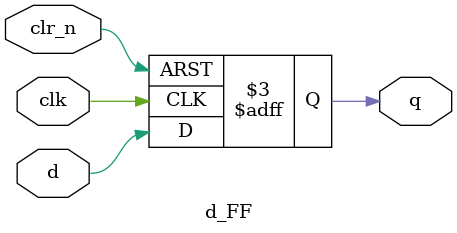
<source format=v>
module asynccounter #(parameter N = 4) (
	input clk,
	input clr,
	output [N-1:0] count
);
	genvar i;
	wire [N-1:0] qbar;
	
	generate 
		for (i = 0; i < N; i = i+1) begin : flipflops
			if (i==0)
				t_FF stage(clk, 1, clr, count[i], qbar[i]);
			else
				t_FF stage(qbar[i-1], 1, clr, count[i], qbar[i]);
		end
	endgenerate
endmodule

module counterTFF #(parameter N = 4) (
	input clk,
	input clr,
	output [N-1:0] count
);
	genvar i;
	
	wire [N-1:0] toggles;
	assign toggles[0] = 1;
	
	generate 
		for (i = 0; i < N; i = i+1) begin : flipflops
			if (i!=0)
				and andstage(toggles[i], count[i-1],toggles[i-1]); 
				
			t_FF stage(clk, toggles[i], clr, count[i], );
		end
	endgenerate
endmodule


module counterBehav  #(parameter N = 4) (
	input clk,
	input clr,
	output reg [N-1:0] count
);
	always @(posedge clk or posedge clr) begin
		if (clr)
			count <= 0;
		else 
			count <= count+1'b1;
	end
endmodule

 
 
module t_FF (
	input clk,
	input T,
	input clr,
	output reg q,
	output q_bar
);
	d_FF myff (T & ~q | ~T & q, clk, ~clr, q);
	assign q_bar = ~q;
endmodule


module d_FF (
	input d,
	input clk,
	input clr_n,
	output reg q
);
	always @(posedge clk or negedge clr_n) begin
		if (clr_n == 0)
			q <= 1'b0;
		else
			q <= d;
	end
endmodule




</source>
